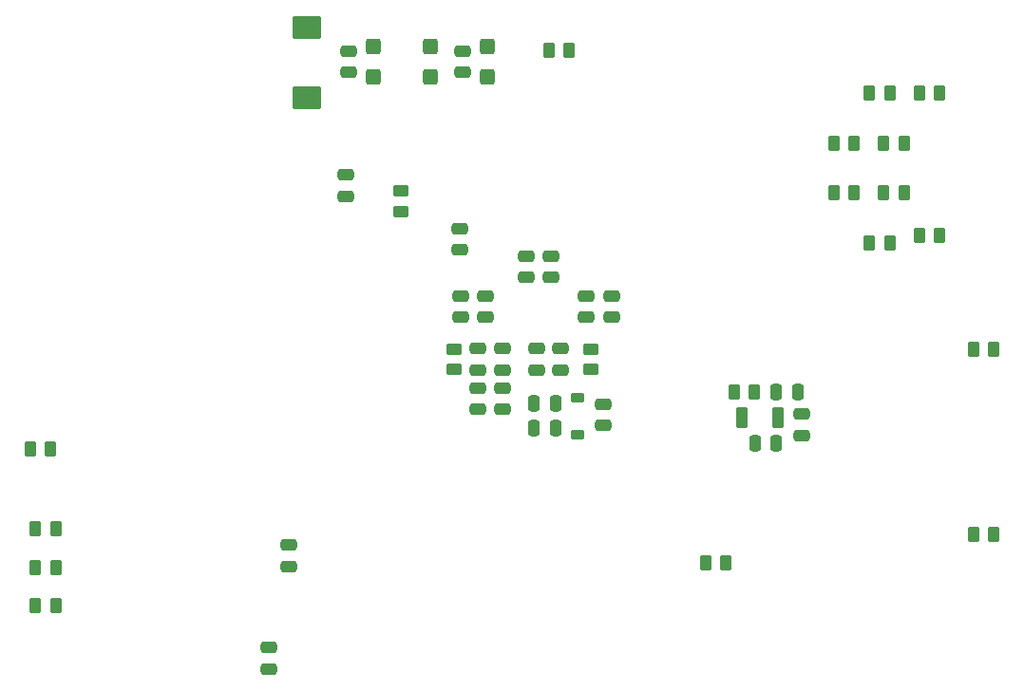
<source format=gbr>
%TF.GenerationSoftware,KiCad,Pcbnew,7.0.9-7.0.9~ubuntu20.04.1*%
%TF.CreationDate,2024-02-02T11:04:46+00:00*%
%TF.ProjectId,ICE40UPDevBoard,49434534-3055-4504-9465-76426f617264,rev?*%
%TF.SameCoordinates,Original*%
%TF.FileFunction,Paste,Bot*%
%TF.FilePolarity,Positive*%
%FSLAX46Y46*%
G04 Gerber Fmt 4.6, Leading zero omitted, Abs format (unit mm)*
G04 Created by KiCad (PCBNEW 7.0.9-7.0.9~ubuntu20.04.1) date 2024-02-02 11:04:46*
%MOMM*%
%LPD*%
G01*
G04 APERTURE LIST*
G04 Aperture macros list*
%AMRoundRect*
0 Rectangle with rounded corners*
0 $1 Rounding radius*
0 $2 $3 $4 $5 $6 $7 $8 $9 X,Y pos of 4 corners*
0 Add a 4 corners polygon primitive as box body*
4,1,4,$2,$3,$4,$5,$6,$7,$8,$9,$2,$3,0*
0 Add four circle primitives for the rounded corners*
1,1,$1+$1,$2,$3*
1,1,$1+$1,$4,$5*
1,1,$1+$1,$6,$7*
1,1,$1+$1,$8,$9*
0 Add four rect primitives between the rounded corners*
20,1,$1+$1,$2,$3,$4,$5,0*
20,1,$1+$1,$4,$5,$6,$7,0*
20,1,$1+$1,$6,$7,$8,$9,0*
20,1,$1+$1,$8,$9,$2,$3,0*%
G04 Aperture macros list end*
%ADD10RoundRect,0.250000X-0.262500X-0.450000X0.262500X-0.450000X0.262500X0.450000X-0.262500X0.450000X0*%
%ADD11RoundRect,0.250000X-0.475000X0.250000X-0.475000X-0.250000X0.475000X-0.250000X0.475000X0.250000X0*%
%ADD12RoundRect,0.250000X0.475000X-0.250000X0.475000X0.250000X-0.475000X0.250000X-0.475000X-0.250000X0*%
%ADD13RoundRect,0.250000X0.425000X-0.450000X0.425000X0.450000X-0.425000X0.450000X-0.425000X-0.450000X0*%
%ADD14RoundRect,0.225000X0.375000X-0.225000X0.375000X0.225000X-0.375000X0.225000X-0.375000X-0.225000X0*%
%ADD15RoundRect,0.250000X0.262500X0.450000X-0.262500X0.450000X-0.262500X-0.450000X0.262500X-0.450000X0*%
%ADD16RoundRect,0.250000X0.450000X-0.262500X0.450000X0.262500X-0.450000X0.262500X-0.450000X-0.262500X0*%
%ADD17RoundRect,0.250000X-0.425000X0.450000X-0.425000X-0.450000X0.425000X-0.450000X0.425000X0.450000X0*%
%ADD18RoundRect,0.250000X0.275000X0.700000X-0.275000X0.700000X-0.275000X-0.700000X0.275000X-0.700000X0*%
%ADD19RoundRect,0.250000X0.250000X0.475000X-0.250000X0.475000X-0.250000X-0.475000X0.250000X-0.475000X0*%
%ADD20RoundRect,0.250000X-0.450000X0.262500X-0.450000X-0.262500X0.450000X-0.262500X0.450000X0.262500X0*%
%ADD21RoundRect,0.250000X1.025000X-0.787500X1.025000X0.787500X-1.025000X0.787500X-1.025000X-0.787500X0*%
%ADD22RoundRect,0.250000X-0.250000X-0.475000X0.250000X-0.475000X0.250000X0.475000X-0.250000X0.475000X0*%
G04 APERTURE END LIST*
D10*
%TO.C,R21*%
X203557500Y-74930000D03*
X205382500Y-74930000D03*
%TD*%
D11*
%TO.C,C24*%
X185420000Y-86045000D03*
X185420000Y-87945000D03*
%TD*%
D10*
%TO.C,R10*%
X241403500Y-118110000D03*
X243228500Y-118110000D03*
%TD*%
D12*
%TO.C,C16*%
X201549000Y-95184000D03*
X201549000Y-93284000D03*
%TD*%
D13*
%TO.C,C19*%
X193015000Y-77310000D03*
X193015000Y-74610000D03*
%TD*%
D14*
%TO.C,D1*%
X206121000Y-109219000D03*
X206121000Y-105919000D03*
%TD*%
D10*
%TO.C,R12*%
X233402500Y-87630000D03*
X235227500Y-87630000D03*
%TD*%
D12*
%TO.C,C26*%
X195707000Y-98740000D03*
X195707000Y-96840000D03*
%TD*%
D11*
%TO.C,C2*%
X195834000Y-74996000D03*
X195834000Y-76896000D03*
%TD*%
D15*
%TO.C,R28*%
X159599000Y-121031000D03*
X157774000Y-121031000D03*
%TD*%
D16*
%TO.C,R20*%
X190373000Y-89304500D03*
X190373000Y-87479500D03*
%TD*%
D11*
%TO.C,C18*%
X185674000Y-74996000D03*
X185674000Y-76896000D03*
%TD*%
D17*
%TO.C,C1*%
X187935000Y-74610000D03*
X187935000Y-77310000D03*
%TD*%
D11*
%TO.C,C21*%
X226060000Y-107381000D03*
X226060000Y-109281000D03*
%TD*%
D12*
%TO.C,C10*%
X197227000Y-106929000D03*
X197227000Y-105029000D03*
%TD*%
D15*
%TO.C,R16*%
X230782500Y-83185000D03*
X228957500Y-83185000D03*
%TD*%
D11*
%TO.C,C9*%
X195580000Y-90810000D03*
X195580000Y-92710000D03*
%TD*%
D18*
%TO.C,FB1*%
X223952000Y-107696000D03*
X220802000Y-107696000D03*
%TD*%
D15*
%TO.C,R14*%
X230782500Y-87630000D03*
X228957500Y-87630000D03*
%TD*%
D17*
%TO.C,C3*%
X198095000Y-74610000D03*
X198095000Y-77310000D03*
%TD*%
D11*
%TO.C,C27*%
X180340000Y-119065000D03*
X180340000Y-120965000D03*
%TD*%
D19*
%TO.C,C7*%
X204150000Y-106426000D03*
X202250000Y-106426000D03*
%TD*%
D15*
%TO.C,R17*%
X235227500Y-83185000D03*
X233402500Y-83185000D03*
%TD*%
D12*
%TO.C,C23*%
X203708000Y-95184000D03*
X203708000Y-93284000D03*
%TD*%
D11*
%TO.C,C28*%
X178640000Y-128209000D03*
X178640000Y-130109000D03*
%TD*%
D19*
%TO.C,C20*%
X225740000Y-105410000D03*
X223840000Y-105410000D03*
%TD*%
D12*
%TO.C,C5*%
X206883000Y-98740000D03*
X206883000Y-96840000D03*
%TD*%
%TO.C,C4*%
X209169000Y-98740000D03*
X209169000Y-96840000D03*
%TD*%
D20*
%TO.C,R5*%
X195072000Y-101576500D03*
X195072000Y-103401500D03*
%TD*%
D12*
%TO.C,C25*%
X197866000Y-98740000D03*
X197866000Y-96840000D03*
%TD*%
%TO.C,C6*%
X208407000Y-108392000D03*
X208407000Y-106492000D03*
%TD*%
D11*
%TO.C,C13*%
X199390000Y-101539000D03*
X199390000Y-103439000D03*
%TD*%
D21*
%TO.C,C17*%
X181991000Y-79123000D03*
X181991000Y-72898000D03*
%TD*%
D19*
%TO.C,C8*%
X204150000Y-108585000D03*
X202250000Y-108585000D03*
%TD*%
D12*
%TO.C,C11*%
X199390000Y-106929000D03*
X199390000Y-105029000D03*
%TD*%
D15*
%TO.C,R30*%
X159154500Y-110490000D03*
X157329500Y-110490000D03*
%TD*%
D20*
%TO.C,R2*%
X207264000Y-101576500D03*
X207264000Y-103401500D03*
%TD*%
D22*
%TO.C,C22*%
X221935000Y-109982000D03*
X223835000Y-109982000D03*
%TD*%
D15*
%TO.C,R13*%
X233957500Y-92075000D03*
X232132500Y-92075000D03*
%TD*%
D10*
%TO.C,R11*%
X236577500Y-91440000D03*
X238402500Y-91440000D03*
%TD*%
D15*
%TO.C,R27*%
X159599000Y-117602000D03*
X157774000Y-117602000D03*
%TD*%
D10*
%TO.C,R9*%
X241403500Y-101600000D03*
X243228500Y-101600000D03*
%TD*%
D11*
%TO.C,C15*%
X204597000Y-101539000D03*
X204597000Y-103439000D03*
%TD*%
D15*
%TO.C,R15*%
X233957500Y-78740000D03*
X232132500Y-78740000D03*
%TD*%
%TO.C,R8*%
X221892500Y-105410000D03*
X220067500Y-105410000D03*
%TD*%
%TO.C,R18*%
X238402500Y-78740000D03*
X236577500Y-78740000D03*
%TD*%
D10*
%TO.C,R32*%
X217537500Y-120650000D03*
X219362500Y-120650000D03*
%TD*%
D15*
%TO.C,R29*%
X159599000Y-124460000D03*
X157774000Y-124460000D03*
%TD*%
D11*
%TO.C,C14*%
X197231000Y-101539000D03*
X197231000Y-103439000D03*
%TD*%
%TO.C,C12*%
X202438000Y-101539000D03*
X202438000Y-103439000D03*
%TD*%
M02*

</source>
